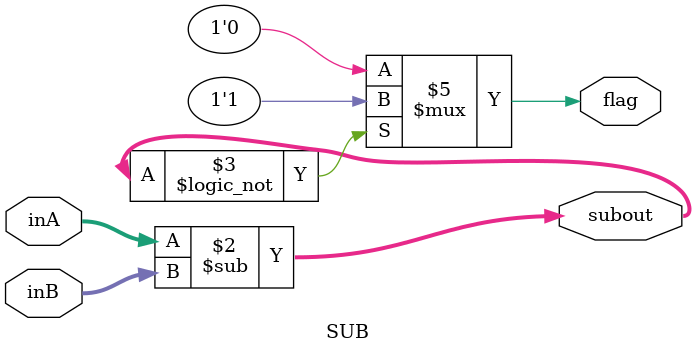
<source format=v>
`timescale 1ns / 1ps


module SUB(inA, inB, subout, flag);
    input [31:0] inA;
    input [31:0] inB;
    output reg [31:0] subout;
    output reg flag;
    
    always@(*) begin
        subout = inA-inB;
        if(subout==0)
            flag = 1;
        else
            flag = 0;
    end
endmodule
</source>
